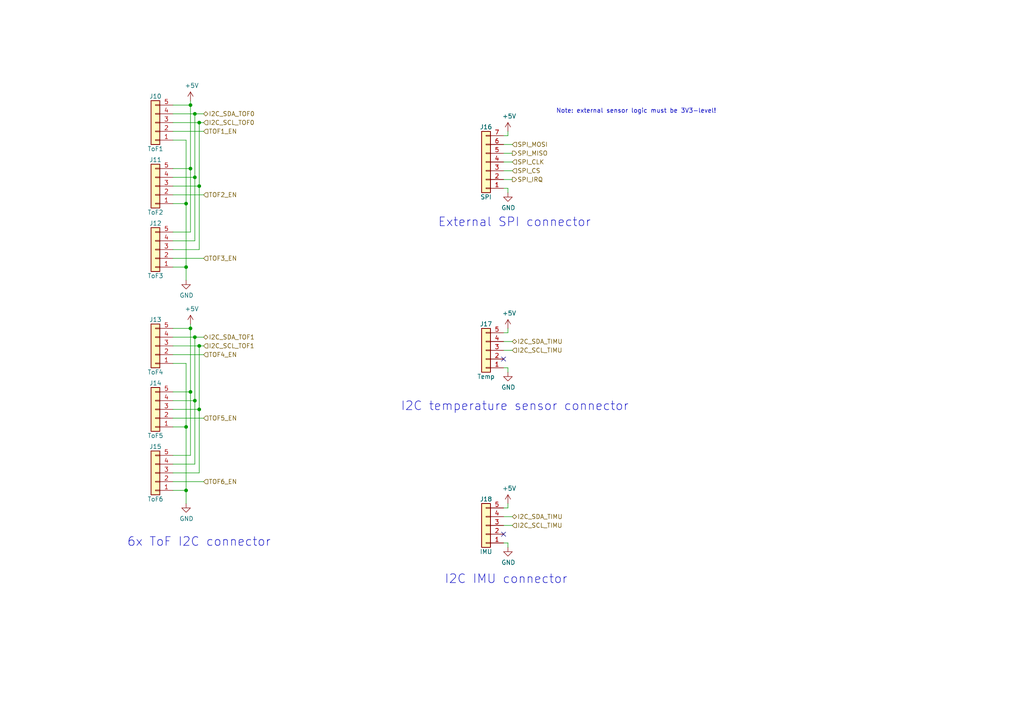
<source format=kicad_sch>
(kicad_sch (version 20211123) (generator eeschema)
  (paper "A4")
  (title_block (title "rysboard") (date "2020-08-23") (rev "4.2") (company "Koło Naukowe Robotyki Bionik") (comment 1 "RPi4 hat for MiniRyś robot"))
  (lib_symbols
    (symbol "rysboard-rescue:+5V-power" (power) (pin_names (offset 0))
      (property "Value" "+5V-power" (at 0 3.556 0))
      (symbol "+5V-power_0_1"
        (polyline (pts (xy -0.762 1.27) (xy 0 2.54)))
        (polyline (pts (xy 0 0) (xy 0 2.54)))
        (polyline (pts (xy 0 2.54) (xy 0.762 1.27)))
      )
      (symbol "+5V-power_1_1"
        (pin power_in line (at 0 0 90) (length 0) hide (name "+5V") (number "1"))
      )
    )
    (symbol "rysboard-rescue:Conn_01x05-Connector_Generic" (pin_names (offset 1.016) hide)
      (property "Reference" "J" (at 0 7.62 0))
      (property "Value" "Conn_01x05-Connector_Generic" (at 0 -7.62 0))
      (symbol "Conn_01x05-Connector_Generic_1_1"
        (rectangle (start -1.27 -4.953) (end 0 -5.207) (stroke (width 0.1524)))
        (rectangle (start -1.27 -2.413) (end 0 -2.667) (stroke (width 0.1524)))
        (rectangle (start -1.27 0.127) (end 0 -0.127) (stroke (width 0.1524)))
        (rectangle (start -1.27 2.667) (end 0 2.413) (stroke (width 0.1524)))
        (rectangle (start -1.27 5.207) (end 0 4.953) (stroke (width 0.1524)))
        (rectangle (start -1.27 6.35) (end 1.27 -6.35) (stroke (width 0.254)) (fill (type background)))
        (pin passive line (at -5.08 5.08 0) (length 3.81) (name "Pin_1") (number "1"))
        (pin passive line (at -5.08 2.54 0) (length 3.81) (name "Pin_2") (number "2"))
        (pin passive line (at -5.08 0 0) (length 3.81) (name "Pin_3") (number "3"))
        (pin passive line (at -5.08 -2.54 0) (length 3.81) (name "Pin_4") (number "4"))
        (pin passive line (at -5.08 -5.08 0) (length 3.81) (name "Pin_5") (number "5"))
      )
    )
    (symbol "rysboard-rescue:Conn_01x07-Connector_Generic" (pin_names (offset 1.016) hide)
      (property "Reference" "J" (at 0 10.16 0))
      (property "Value" "Conn_01x07-Connector_Generic" (at 0 -10.16 0))
      (symbol "Conn_01x07-Connector_Generic_1_1"
        (rectangle (start -1.27 -7.493) (end 0 -7.747) (stroke (width 0.1524)))
        (rectangle (start -1.27 -4.953) (end 0 -5.207) (stroke (width 0.1524)))
        (rectangle (start -1.27 -2.413) (end 0 -2.667) (stroke (width 0.1524)))
        (rectangle (start -1.27 0.127) (end 0 -0.127) (stroke (width 0.1524)))
        (rectangle (start -1.27 2.667) (end 0 2.413) (stroke (width 0.1524)))
        (rectangle (start -1.27 5.207) (end 0 4.953) (stroke (width 0.1524)))
        (rectangle (start -1.27 7.747) (end 0 7.493) (stroke (width 0.1524)))
        (rectangle (start -1.27 8.89) (end 1.27 -8.89) (stroke (width 0.254)) (fill (type background)))
        (pin passive line (at -5.08 7.62 0) (length 3.81) (name "Pin_1") (number "1"))
        (pin passive line (at -5.08 5.08 0) (length 3.81) (name "Pin_2") (number "2"))
        (pin passive line (at -5.08 2.54 0) (length 3.81) (name "Pin_3") (number "3"))
        (pin passive line (at -5.08 0 0) (length 3.81) (name "Pin_4") (number "4"))
        (pin passive line (at -5.08 -2.54 0) (length 3.81) (name "Pin_5") (number "5"))
        (pin passive line (at -5.08 -5.08 0) (length 3.81) (name "Pin_6") (number "6"))
        (pin passive line (at -5.08 -7.62 0) (length 3.81) (name "Pin_7") (number "7"))
      )
    )
    (symbol "rysboard-rescue:GND-power" (power) (pin_names (offset 0))
      (property "Value" "GND-power" (at 0 -3.81 0))
      (symbol "GND-power_0_1"
        (polyline (pts (xy 0 0) (xy 0 -1.27) (xy 1.27 -1.27) (xy 0 -2.54) (xy -1.27 -1.27) (xy 0 -1.27)))
      )
      (symbol "GND-power_1_1"
        (pin power_in line (at 0 0 270) (length 0) hide (name "GND") (number "1"))
      )
    )
  )
  (junction (at 55.245 30.48))
  (junction (at 55.245 95.25))
  (junction (at 56.515 116.205))
  (junction (at 55.245 48.895))
  (junction (at 57.785 118.745))
  (junction (at 53.975 142.24))
  (junction (at 55.245 113.665))
  (junction (at 57.785 35.56))
  (junction (at 56.515 97.79))
  (junction (at 53.975 59.055))
  (junction (at 53.975 77.47))
  (junction (at 57.785 100.33))
  (junction (at 56.515 51.435))
  (junction (at 53.975 123.825))
  (junction (at 56.515 33.02))
  (junction (at 57.785 53.975))
  (no_connect (at 146.05 154.94))
  (no_connect (at 146.05 104.14))
  (wire (pts (xy 50.165 69.85) (xy 56.515 69.85)))
  (wire (pts (xy 146.05 44.45) (xy 148.59 44.45)))
  (wire (pts (xy 57.785 118.745) (xy 57.785 100.33)))
  (wire (pts (xy 50.165 95.25) (xy 55.245 95.25)))
  (wire (pts (xy 57.785 100.33) (xy 59.055 100.33)))
  (wire (pts (xy 146.05 101.6) (xy 148.59 101.6)))
  (wire (pts (xy 146.05 49.53) (xy 148.59 49.53)))
  (wire (pts (xy 146.05 147.32) (xy 147.32 147.32)))
  (wire (pts (xy 53.975 40.64) (xy 53.975 59.055)))
  (wire (pts (xy 53.975 77.47) (xy 53.975 81.28)))
  (wire (pts (xy 53.975 105.41) (xy 53.975 123.825)))
  (wire (pts (xy 146.05 152.4) (xy 148.59 152.4)))
  (wire (pts (xy 50.165 121.285) (xy 59.055 121.285)))
  (wire (pts (xy 147.32 106.68) (xy 146.05 106.68)))
  (wire (pts (xy 53.975 123.825) (xy 53.975 142.24)))
  (wire (pts (xy 50.165 102.87) (xy 59.055 102.87)))
  (wire (pts (xy 146.05 99.06) (xy 148.59 99.06)))
  (wire (pts (xy 56.515 116.205) (xy 56.515 97.79)))
  (wire (pts (xy 50.165 139.7) (xy 59.055 139.7)))
  (wire (pts (xy 50.165 38.1) (xy 59.055 38.1)))
  (wire (pts (xy 50.165 67.31) (xy 55.245 67.31)))
  (wire (pts (xy 50.165 116.205) (xy 56.515 116.205)))
  (wire (pts (xy 50.165 137.16) (xy 57.785 137.16)))
  (wire (pts (xy 50.165 77.47) (xy 53.975 77.47)))
  (wire (pts (xy 147.32 157.48) (xy 146.05 157.48)))
  (wire (pts (xy 56.515 97.79) (xy 59.055 97.79)))
  (wire (pts (xy 50.165 56.515) (xy 59.055 56.515)))
  (wire (pts (xy 55.245 95.25) (xy 55.245 113.665)))
  (wire (pts (xy 50.165 132.08) (xy 55.245 132.08)))
  (wire (pts (xy 56.515 33.02) (xy 59.055 33.02)))
  (wire (pts (xy 50.165 35.56) (xy 57.785 35.56)))
  (wire (pts (xy 50.165 100.33) (xy 57.785 100.33)))
  (wire (pts (xy 146.05 149.86) (xy 148.59 149.86)))
  (wire (pts (xy 50.165 48.895) (xy 55.245 48.895)))
  (wire (pts (xy 55.245 30.48) (xy 55.245 29.21)))
  (wire (pts (xy 146.05 39.37) (xy 147.32 39.37)))
  (wire (pts (xy 147.32 147.32) (xy 147.32 146.05)))
  (wire (pts (xy 57.785 35.56) (xy 57.785 53.975)))
  (wire (pts (xy 146.05 41.91) (xy 148.59 41.91)))
  (wire (pts (xy 50.165 97.79) (xy 56.515 97.79)))
  (wire (pts (xy 147.32 96.52) (xy 147.32 95.25)))
  (wire (pts (xy 147.32 158.75) (xy 147.32 157.48)))
  (wire (pts (xy 50.165 118.745) (xy 57.785 118.745)))
  (wire (pts (xy 53.975 59.055) (xy 53.975 77.47)))
  (wire (pts (xy 55.245 30.48) (xy 55.245 48.895)))
  (wire (pts (xy 146.05 46.99) (xy 148.59 46.99)))
  (wire (pts (xy 50.165 142.24) (xy 53.975 142.24)))
  (wire (pts (xy 50.165 40.64) (xy 53.975 40.64)))
  (wire (pts (xy 50.165 33.02) (xy 56.515 33.02)))
  (wire (pts (xy 50.165 113.665) (xy 55.245 113.665)))
  (wire (pts (xy 53.975 142.24) (xy 53.975 146.05)))
  (wire (pts (xy 57.785 35.56) (xy 59.055 35.56)))
  (wire (pts (xy 57.785 53.975) (xy 57.785 72.39)))
  (wire (pts (xy 50.165 51.435) (xy 56.515 51.435)))
  (wire (pts (xy 147.32 55.88) (xy 147.32 54.61)))
  (wire (pts (xy 50.165 123.825) (xy 53.975 123.825)))
  (wire (pts (xy 50.165 30.48) (xy 55.245 30.48)))
  (wire (pts (xy 147.32 54.61) (xy 146.05 54.61)))
  (wire (pts (xy 146.05 96.52) (xy 147.32 96.52)))
  (wire (pts (xy 55.245 48.895) (xy 55.245 67.31)))
  (wire (pts (xy 55.245 113.665) (xy 55.245 132.08)))
  (wire (pts (xy 50.165 59.055) (xy 53.975 59.055)))
  (wire (pts (xy 50.165 53.975) (xy 57.785 53.975)))
  (wire (pts (xy 147.32 39.37) (xy 147.32 38.1)))
  (wire (pts (xy 50.165 134.62) (xy 56.515 134.62)))
  (wire (pts (xy 57.785 118.745) (xy 57.785 137.16)))
  (wire (pts (xy 146.05 52.07) (xy 148.59 52.07)))
  (wire (pts (xy 50.165 105.41) (xy 53.975 105.41)))
  (wire (pts (xy 55.245 95.25) (xy 55.245 93.98)))
  (wire (pts (xy 56.515 51.435) (xy 56.515 33.02)))
  (wire (pts (xy 147.32 107.95) (xy 147.32 106.68)))
  (wire (pts (xy 50.165 74.93) (xy 59.055 74.93)))
  (wire (pts (xy 56.515 51.435) (xy 56.515 69.85)))
  (wire (pts (xy 56.515 134.62) (xy 56.515 116.205)))
  (wire (pts (xy 50.165 72.39) (xy 57.785 72.39)))
  (text "Note: external sensor logic must be 3V3-level!" (at 161.29 33.02 0) (effects (font (size 1.27 1.27)) (justify left bottom)))
  (text "External SPI connector" (at 127 66.04 0) (effects (font (size 2.54 2.54)) (justify left bottom)))
  (text "I2C temperature sensor connector" (at 116.205 119.38 0) (effects (font (size 2.54 2.54)) (justify left bottom)))
  (text "I2C IMU connector" (at 128.905 169.545 0) (effects (font (size 2.54 2.54)) (justify left bottom)))
  (text "6x ToF I2C connector" (at 36.83 158.75 0) (effects (font (size 2.54 2.54)) (justify left bottom)))
  (hierarchical_label "I2C_SDA_TOF0" (shape bidirectional) (at 59.055 33.02 0))
  (hierarchical_label "I2C_SDA_TIMU" (shape bidirectional) (at 148.59 149.86 0))
  (hierarchical_label "I2C_SDA_TOF1" (shape bidirectional) (at 59.055 97.79 0))
  (hierarchical_label "SPI_IRQ" (shape output) (at 148.59 52.07 0))
  (hierarchical_label "TOF1_EN" (shape input) (at 59.055 38.1 0))
  (hierarchical_label "I2C_SCL_TOF1" (shape input) (at 59.055 100.33 0))
  (hierarchical_label "SPI_CS" (shape input) (at 148.59 49.53 0))
  (hierarchical_label "SPI_MISO" (shape output) (at 148.59 44.45 0))
  (hierarchical_label "SPI_MOSI" (shape input) (at 148.59 41.91 0))
  (hierarchical_label "I2C_SCL_TIMU" (shape input) (at 148.59 101.6 0))
  (hierarchical_label "TOF6_EN" (shape input) (at 59.055 139.7 0))
  (hierarchical_label "TOF5_EN" (shape input) (at 59.055 121.285 0))
  (hierarchical_label "SPI_CLK" (shape input) (at 148.59 46.99 0))
  (hierarchical_label "TOF4_EN" (shape input) (at 59.055 102.87 0))
  (hierarchical_label "I2C_SCL_TOF0" (shape input) (at 59.055 35.56 0))
  (hierarchical_label "I2C_SDA_TIMU" (shape bidirectional) (at 148.59 99.06 0))
  (hierarchical_label "TOF2_EN" (shape input) (at 59.055 56.515 0))
  (hierarchical_label "I2C_SCL_TIMU" (shape input) (at 148.59 152.4 0))
  (hierarchical_label "TOF3_EN" (shape input) (at 59.055 74.93 0))
  (symbol (lib_id "rysboard-rescue:Conn_01x05-Connector_Generic") (at 45.085 35.56 180) (unit 1)
    (property "Reference" "J10" (at 45.085 27.94 0))
    (property "Value" "ToF1" (at 45.085 43.18 0))
    (property "Footprint" "Connector_Molex:Molex_PicoBlade_53047-0510_1x05_P1.25mm_Vertical" (effects hide))
  )
  (symbol (lib_id "rysboard-rescue:+5V-power") (at 55.245 29.21 0) (unit 1)
    (property "Reference" "#PWR037" (effects hide))
    (property "Value" "+5V" (at 55.626 24.8158 0))
  )
  (symbol (lib_id "rysboard-rescue:+5V-power") (at 55.245 93.98 0) (unit 1)
    (property "Reference" "#PWR038" (effects hide))
    (property "Value" "+5V" (at 55.626 89.5858 0))
  )
  (symbol (lib_id "rysboard-rescue:+5V-power") (at 147.32 95.25 0) (unit 1)
    (property "Reference" "#PWR041" (effects hide))
    (property "Value" "+5V" (at 147.701 90.8558 0))
  )
  (symbol (lib_id "rysboard-rescue:+5V-power") (at 147.32 38.1 0) (unit 1)
    (property "Reference" "#PWR039" (effects hide))
    (property "Value" "+5V" (at 147.701 33.7058 0))
  )
  (symbol (lib_id "rysboard-rescue:+5V-power") (at 147.32 146.05 0) (unit 1)
    (property "Reference" "#PWR043" (effects hide))
    (property "Value" "+5V" (at 147.701 141.6558 0))
  )
  (symbol (lib_id "rysboard-rescue:Conn_01x05-Connector_Generic") (at 45.085 53.975 180) (unit 1)
    (property "Reference" "J11" (at 45.085 46.355 0))
    (property "Value" "ToF2" (at 45.085 61.595 0))
    (property "Footprint" "Connector_Molex:Molex_PicoBlade_53047-0510_1x05_P1.25mm_Vertical" (effects hide))
  )
  (symbol (lib_id "rysboard-rescue:Conn_01x05-Connector_Generic") (at 45.085 72.39 180) (unit 1)
    (property "Reference" "J12" (at 45.085 64.77 0))
    (property "Value" "ToF3" (at 45.085 80.01 0))
    (property "Footprint" "Connector_Molex:Molex_PicoBlade_53047-0510_1x05_P1.25mm_Vertical" (effects hide))
  )
  (symbol (lib_id "rysboard-rescue:Conn_01x05-Connector_Generic") (at 45.085 100.33 180) (unit 1)
    (property "Reference" "J13" (at 45.085 92.71 0))
    (property "Value" "ToF4" (at 45.085 107.95 0))
    (property "Footprint" "Connector_Molex:Molex_PicoBlade_53047-0510_1x05_P1.25mm_Vertical" (effects hide))
  )
  (symbol (lib_id "rysboard-rescue:Conn_01x05-Connector_Generic") (at 45.085 118.745 180) (unit 1)
    (property "Reference" "J14" (at 45.085 111.125 0))
    (property "Value" "ToF5" (at 45.085 126.365 0))
    (property "Footprint" "Connector_Molex:Molex_PicoBlade_53047-0510_1x05_P1.25mm_Vertical" (effects hide))
  )
  (symbol (lib_id "rysboard-rescue:Conn_01x05-Connector_Generic") (at 45.085 137.16 180) (unit 1)
    (property "Reference" "J15" (at 45.085 129.54 0))
    (property "Value" "ToF6" (at 45.085 144.78 0))
    (property "Footprint" "Connector_Molex:Molex_PicoBlade_53047-0510_1x05_P1.25mm_Vertical" (effects hide))
  )
  (symbol (lib_id "rysboard-rescue:GND-power") (at 53.975 146.05 0) (unit 1)
    (property "Reference" "#PWR036" (effects hide))
    (property "Value" "GND" (at 54.102 150.4442 0))
  )
  (symbol (lib_id "rysboard-rescue:Conn_01x07-Connector_Generic") (at 140.97 46.99 180) (unit 1)
    (property "Reference" "J16" (at 140.97 36.83 0))
    (property "Value" "SPI" (at 140.97 57.15 0))
    (property "Footprint" "Connector_Molex:Molex_PicoBlade_53047-0710_1x07_P1.25mm_Vertical" (effects hide))
  )
  (symbol (lib_id "rysboard-rescue:GND-power") (at 147.32 55.88 0) (unit 1)
    (property "Reference" "#PWR040" (effects hide))
    (property "Value" "GND" (at 147.447 60.2742 0))
  )
  (symbol (lib_id "rysboard-rescue:Conn_01x05-Connector_Generic") (at 140.97 101.6 180) (unit 1)
    (property "Reference" "J17" (at 140.97 93.98 0))
    (property "Value" "Temp" (at 140.97 109.22 0))
    (property "Footprint" "Connector_Molex:Molex_PicoBlade_53047-0510_1x05_P1.25mm_Vertical" (effects hide))
  )
  (symbol (lib_id "rysboard-rescue:GND-power") (at 147.32 107.95 0) (unit 1)
    (property "Reference" "#PWR042" (effects hide))
    (property "Value" "GND" (at 147.447 112.3442 0))
  )
  (symbol (lib_id "rysboard-rescue:Conn_01x05-Connector_Generic") (at 140.97 152.4 180) (unit 1)
    (property "Reference" "J18" (at 140.97 144.78 0))
    (property "Value" "IMU" (at 140.97 160.02 0))
    (property "Footprint" "Connector_Molex:Molex_PicoBlade_53047-0510_1x05_P1.25mm_Vertical" (effects hide))
  )
  (symbol (lib_id "rysboard-rescue:GND-power") (at 147.32 158.75 0) (unit 1)
    (property "Reference" "#PWR044" (effects hide))
    (property "Value" "GND" (at 147.447 163.1442 0))
  )
  (symbol (lib_id "rysboard-rescue:GND-power") (at 53.975 81.28 0) (unit 1)
    (property "Reference" "#PWR035" (effects hide))
    (property "Value" "GND" (at 54.102 85.6742 0))
  )
)
</source>
